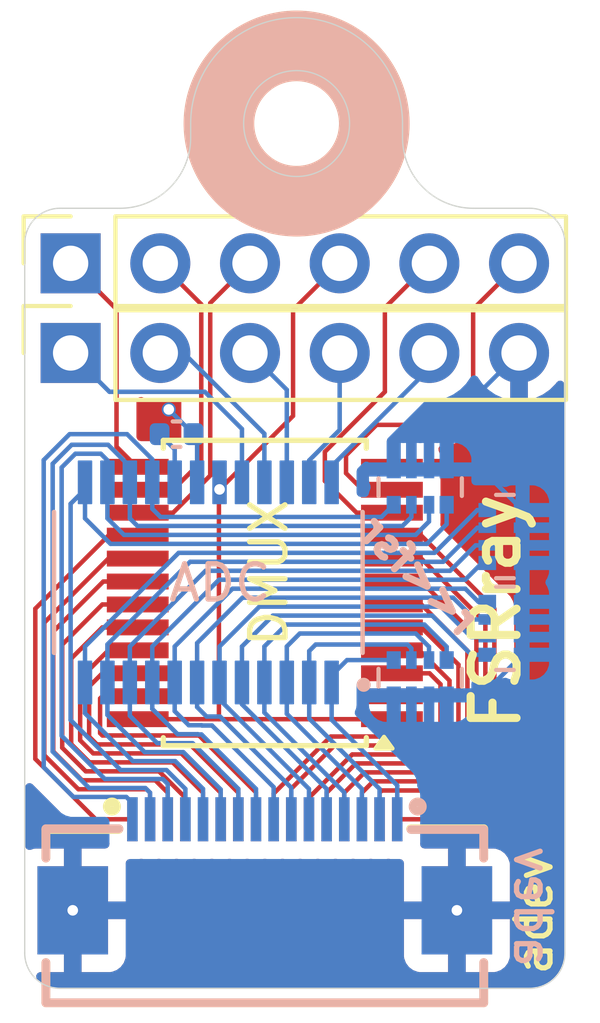
<source format=kicad_pcb>
(kicad_pcb (version 20240108) (generator "pcbnew") (generator_version "8.0")
  (layers (0 "F.Cu" signal "Front") (1 "In1.Cu" signal) (2 "In2.Cu" signal) (31 "B.Cu" signal "Back") (34 "B.Paste" user) (35 "F.Paste" user) (36 "B.SilkS" user "B.Silkscreen") (37 "F.SilkS" user "F.Silkscreen") (38 "B.Mask" user) (39 "F.Mask" user) (44 "Edge.Cuts" user))
  (net 0 "")
  (net 1 "/EOC1")
  (net 2 "/MISO")
  (net 3 "/MOSI")
  (net 4 "/SCLK")
  (net 5 "/CS1")
  (net 6 "+5V")
  (net 7 "GND")
  (net 8 "Net-(ADC1-~{CNVST{slash}AIN15})")
  (net 9 "Net-(ADC1-AIN14)")
  (net 10 "Net-(ADC1-AIN13)")
  (net 11 "Net-(ADC1-AIN12)")
  (net 12 "Net-(ADC1-AIN11)")
  (net 13 "Net-(ADC1-AIN10)")
  (net 14 "Net-(ADC1-AIN9)")
  (net 15 "Net-(ADC1-AIN8)")
  (net 16 "Net-(ADC1-AIN7)")
  (net 17 "Net-(ADC1-AIN6)")
  (net 18 "Net-(ADC1-AIN5)")
  (net 19 "Net-(ADC1-AIN4)")
  (net 20 "Net-(ADC1-AIN3)")
  (net 21 "Net-(ADC1-AIN2)")
  (net 22 "Net-(ADC1-AIN1)")
  (net 23 "Net-(ADC1-AIN0)")
  (net 24 "Net-(MUX1-I14)")
  (net 25 "Net-(MUX1-I7)")
  (net 26 "Net-(MUX1-I8)")
  (net 27 "Net-(MUX1-I4)")
  (net 28 "Net-(MUX1-I12)")
  (net 29 "Net-(MUX1-I3)")
  (net 30 "Net-(MUX1-I1)")
  (net 31 "Net-(MUX1-I13)")
  (net 32 "Net-(MUX1-I10)")
  (net 33 "Net-(MUX1-I11)")
  (net 34 "Net-(MUX1-I15)")
  (net 35 "Net-(MUX1-I5)")
  (net 36 "Net-(MUX1-I0)")
  (net 37 "Net-(MUX1-I2)")
  (net 38 "Net-(MUX1-I9)")
  (net 39 "Net-(MUX1-I6)")
  (net 40 "Net-(ADC1-REF)")
  (net 41 "/EN1")
  (net 42 "/S3")
  (net 43 "/S2")
  (net 44 "/S1")
  (net 45 "/S0")
  (footprint "00_lcsc:FPC-SMD_16P-P0.50_FPC-05F-16PH20" (layer "F.Cu") (at 154 140)
    (property "Reference" "FPC1" (hide yes))
    (property "Value" "FPC-05F-16PH20" (hide yes))
    (pad "1" smd rect (at -3.75 -1.29) (size 0.3 1.25) (layers "F.Cu" "F.Paste" "F.Mask") (net 34 "Net-(MUX1-I15)"))
    (pad "2" smd rect (at -3.25 -1.29) (size 0.3 1.25) (layers "F.Cu" "F.Paste" "F.Mask") (net 24 "Net-(MUX1-I14)"))
    (pad "3" smd rect (at -2.75 -1.29) (size 0.3 1.25) (layers "F.Cu" "F.Paste" "F.Mask") (net 31 "Net-(MUX1-I13)"))
    (pad "4" smd rect (at -2.25 -1.29) (size 0.3 1.25) (layers "F.Cu" "F.Paste" "F.Mask") (net 28 "Net-(MUX1-I12)"))
    (pad "5" smd rect (at -1.75 -1.29) (size 0.3 1.25) (layers "F.Cu" "F.Paste" "F.Mask") (net 33 "Net-(MUX1-I11)"))
    (pad "6" smd rect (at -1.25 -1.29) (size 0.3 1.25) (layers "F.Cu" "F.Paste" "F.Mask") (net 32 "Net-(MUX1-I10)"))
    (pad "7" smd rect (at -0.75 -1.29) (size 0.3 1.25) (layers "F.Cu" "F.Paste" "F.Mask") (net 38 "Net-(MUX1-I9)"))
    (pad "8" smd rect (at -0.25 -1.29) (size 0.3 1.25) (layers "F.Cu" "F.Paste" "F.Mask") (net 26 "Net-(MUX1-I8)"))
    (pad "9" smd rect (at 0.25 -1.29) (size 0.3 1.25) (layers "F.Cu" "F.Paste" "F.Mask") (net 25 "Net-(MUX1-I7)"))
    (pad "10" smd rect (at 0.75 -1.29) (size 0.3 1.25) (layers "F.Cu" "F.Paste" "F.Mask") (net 39 "Net-(MUX1-I6)"))
    (pad "11" smd rect (at 1.25 -1.29) (size 0.3 1.25) (layers "F.Cu" "F.Paste" "F.Mask") (net 35 "Net-(MUX1-I5)"))
    (pad "12" smd rect (at 1.75 -1.29) (size 0.3 1.25) (layers "F.Cu" "F.Paste" "F.Mask") (net 27 "Net-(MUX1-I4)"))
    (pad "13" smd rect (at 2.25 -1.29) (size 0.3 1.25) (layers "F.Cu" "F.Paste" "F.Mask") (net 29 "Net-(MUX1-I3)"))
    (pad "14" smd rect (at 2.75 -1.29) (size 0.3 1.25) (layers "F.Cu" "F.Paste" "F.Mask") (net 37 "Net-(MUX1-I2)"))
    (pad "15" smd rect (at 3.25 -1.29) (size 0.3 1.25) (layers "F.Cu" "F.Paste" "F.Mask") (net 30 "Net-(MUX1-I1)"))
    (pad "16" smd rect (at 3.75 -1.29) (size 0.3 1.25) (layers "F.Cu" "F.Paste" "F.Mask") (net 36 "Net-(MUX1-I0)"))
    (pad "17" smd rect (at 5.44 1.29) (size 2 2.5) (layers "F.Cu" "F.Paste" "F.Mask") (net 7 "GND"))
    (pad "18" smd rect (at -5.44 1.29) (size 2 2.5) (layers "F.Cu" "F.Paste" "F.Mask") (net 7 "GND"))
  )
  (footprint "Connector_PinSocket_2.54mm:PinSocket_1x06_P2.54mm_Vertical" (layer "F.Cu") (at 148.5 125.5 90)
    (property "Reference" "J1" (hide yes))
    (property "Value" "Conn_01x06_Pin" (hide yes))
    (pad "1" thru_hole rect (at 0 0 90) (size 1.7 1.7) (drill 1) (layers "*.Cu" "*.Mask") (net 5 "/CS1"))
    (pad "2" thru_hole oval (at 0 2.54 90) (size 1.7 1.7) (drill 1) (layers "*.Cu" "*.Mask") (net 4 "/SCLK"))
    (pad "3" thru_hole oval (at 0 5.08 90) (size 1.7 1.7) (drill 1) (layers "*.Cu" "*.Mask") (net 3 "/MOSI"))
    (pad "4" thru_hole oval (at 0 7.62 90) (size 1.7 1.7) (drill 1) (layers "*.Cu" "*.Mask") (net 2 "/MISO"))
    (pad "5" thru_hole oval (at 0 10.16 90) (size 1.7 1.7) (drill 1) (layers "*.Cu" "*.Mask") (net 1 "/EOC1"))
    (pad "6" thru_hole oval (at 0 12.7 90) (size 1.7 1.7) (drill 1) (layers "*.Cu" "*.Mask") (net 7 "GND"))
  )
  (footprint "Package_SO:SSOP-24_5.3x8.2mm_P0.65mm" (layer "F.Cu") (at 154 132.3 180)
    (property "Reference" "MUX1" (hide yes))
    (property "Value" "CD74HC4067SM" (hide yes))
    (pad "1" smd rect (at -3.6 -3.575 180) (size 1.75 0.45) (layers "F.Cu" "F.Paste" "F.Mask") (net 6 "+5V"))
    (pad "2" smd rect (at -3.6 -2.925 180) (size 1.75 0.45) (layers "F.Cu" "F.Paste" "F.Mask") (net 25 "Net-(MUX1-I7)"))
    (pad "3" smd rect (at -3.6 -2.275 180) (size 1.75 0.45) (layers "F.Cu" "F.Paste" "F.Mask") (net 39 "Net-(MUX1-I6)"))
    (pad "4" smd rect (at -3.6 -1.625 180) (size 1.75 0.45) (layers "F.Cu" "F.Paste" "F.Mask") (net 35 "Net-(MUX1-I5)"))
    (pad "5" smd rect (at -3.6 -0.975 180) (size 1.75 0.45) (layers "F.Cu" "F.Paste" "F.Mask") (net 27 "Net-(MUX1-I4)"))
    (pad "6" smd rect (at -3.6 -0.325 180) (size 1.75 0.45) (layers "F.Cu" "F.Paste" "F.Mask") (net 29 "Net-(MUX1-I3)"))
    (pad "7" smd rect (at -3.6 0.325 180) (size 1.75 0.45) (layers "F.Cu" "F.Paste" "F.Mask") (net 37 "Net-(MUX1-I2)"))
    (pad "8" smd rect (at -3.6 0.975 180) (size 1.75 0.45) (layers "F.Cu" "F.Paste" "F.Mask") (net 30 "Net-(MUX1-I1)"))
    (pad "9" smd rect (at -3.6 1.625 180) (size 1.75 0.45) (layers "F.Cu" "F.Paste" "F.Mask") (net 36 "Net-(MUX1-I0)"))
    (pad "10" smd rect (at -3.6 2.275 180) (size 1.75 0.45) (layers "F.Cu" "F.Paste" "F.Mask") (net 45 "/S0"))
    (pad "11" smd rect (at -3.6 2.925 180) (size 1.75 0.45) (layers "F.Cu" "F.Paste" "F.Mask") (net 44 "/S1"))
    (pad "12" smd rect (at -3.6 3.575 180) (size 1.75 0.45) (layers "F.Cu" "F.Paste" "F.Mask") (net 7 "GND"))
    (pad "13" smd rect (at 3.6 3.575 180) (size 1.75 0.45) (layers "F.Cu" "F.Paste" "F.Mask") (net 42 "/S3"))
    (pad "14" smd rect (at 3.6 2.925 180) (size 1.75 0.45) (layers "F.Cu" "F.Paste" "F.Mask") (net 43 "/S2"))
    (pad "15" smd rect (at 3.6 2.275 180) (size 1.75 0.45) (layers "F.Cu" "F.Paste" "F.Mask") (net 41 "/EN1"))
    (pad "16" smd rect (at 3.6 1.625 180) (size 1.75 0.45) (layers "F.Cu" "F.Paste" "F.Mask") (net 34 "Net-(MUX1-I15)"))
    (pad "17" smd rect (at 3.6 0.975 180) (size 1.75 0.45) (layers "F.Cu" "F.Paste" "F.Mask") (net 24 "Net-(MUX1-I14)"))
    (pad "18" smd rect (at 3.6 0.325 180) (size 1.75 0.45) (layers "F.Cu" "F.Paste" "F.Mask") (net 31 "Net-(MUX1-I13)"))
    (pad "19" smd rect (at 3.6 -0.325 180) (size 1.75 0.45) (layers "F.Cu" "F.Paste" "F.Mask") (net 28 "Net-(MUX1-I12)"))
    (pad "20" smd rect (at 3.6 -0.975 180) (size 1.75 0.45) (layers "F.Cu" "F.Paste" "F.Mask") (net 33 "Net-(MUX1-I11)"))
    (pad "21" smd rect (at 3.6 -1.625 180) (size 1.75 0.45) (layers "F.Cu" "F.Paste" "F.Mask") (net 32 "Net-(MUX1-I10)"))
    (pad "22" smd rect (at 3.6 -2.275 180) (size 1.75 0.45) (layers "F.Cu" "F.Paste" "F.Mask") (net 38 "Net-(MUX1-I9)"))
    (pad "23" smd rect (at 3.6 -2.925 180) (size 1.75 0.45) (layers "F.Cu" "F.Paste" "F.Mask") (net 26 "Net-(MUX1-I8)"))
    (pad "24" smd rect (at 3.6 -3.575 180) (size 1.75 0.45) (layers "F.Cu" "F.Paste" "F.Mask") (net 6 "+5V"))
  )
  (footprint "Connector_PinSocket_2.54mm:PinSocket_1x06_P2.54mm_Vertical" (layer "F.Cu") (at 148.5 122.96 90)
    (property "Reference" "J4" (hide yes))
    (property "Value" "Conn_01x06_Pin" (hide yes))
    (pad "1" thru_hole rect (at 0 0 90) (size 1.7 1.7) (drill 1) (layers "*.Cu" "*.Mask") (net 42 "/S3"))
    (pad "2" thru_hole oval (at 0 2.54 90) (size 1.7 1.7) (drill 1) (layers "*.Cu" "*.Mask") (net 43 "/S2"))
    (pad "3" thru_hole oval (at 0 5.08 90) (size 1.7 1.7) (drill 1) (layers "*.Cu" "*.Mask") (net 41 "/EN1"))
    (pad "4" thru_hole oval (at 0 7.62 90) (size 1.7 1.7) (drill 1) (layers "*.Cu" "*.Mask") (net 6 "+5V"))
    (pad "5" thru_hole oval (at 0 10.16 90) (size 1.7 1.7) (drill 1) (layers "*.Cu" "*.Mask") (net 45 "/S0"))
    (pad "6" thru_hole oval (at 0 12.7 90) (size 1.7 1.7) (drill 1) (layers "*.Cu" "*.Mask") (net 44 "/S1"))
  )
  (footprint "00_lcsc:FPC-SMD_16P-P0.50_FPC-05F-16PH20" (layer "B.Cu") (at 154 140 180)
    (property "Reference" "FPC2" (hide yes))
    (property "Value" "FPC-05F-16PH20" (hide yes))
    (pad "1" smd rect (at -3.75 1.29 180) (size 0.3 1.25) (layers "B.Cu" "B.Paste" "B.Mask") (net 23 "Net-(ADC1-AIN0)"))
    (pad "2" smd rect (at -3.25 1.29 180) (size 0.3 1.25) (layers "B.Cu" "B.Paste" "B.Mask") (net 22 "Net-(ADC1-AIN1)"))
    (pad "3" smd rect (at -2.75 1.29 180) (size 0.3 1.25) (layers "B.Cu" "B.Paste" "B.Mask") (net 21 "Net-(ADC1-AIN2)"))
    (pad "4" smd rect (at -2.25 1.29 180) (size 0.3 1.25) (layers "B.Cu" "B.Paste" "B.Mask") (net 20 "Net-(ADC1-AIN3)"))
    (pad "5" smd rect (at -1.75 1.29 180) (size 0.3 1.25) (layers "B.Cu" "B.Paste" "B.Mask") (net 19 "Net-(ADC1-AIN4)"))
    (pad "6" smd rect (at -1.25 1.29 180) (size 0.3 1.25) (layers "B.Cu" "B.Paste" "B.Mask") (net 18 "Net-(ADC1-AIN5)"))
    (pad "7" smd rect (at -0.75 1.29 180) (size 0.3 1.25) (layers "B.Cu" "B.Paste" "B.Mask") (net 17 "Net-(ADC1-AIN6)"))
    (pad "8" smd rect (at -0.25 1.29 180) (size 0.3 1.25) (layers "B.Cu" "B.Paste" "B.Mask") (net 16 "Net-(ADC1-AIN7)"))
    (pad "9" smd rect (at 0.25 1.29 180) (size 0.3 1.25) (layers "B.Cu" "B.Paste" "B.Mask") (net 15 "Net-(ADC1-AIN8)"))
    (pad "10" smd rect (at 0.75 1.29 180) (size 0.3 1.25) (layers "B.Cu" "B.Paste" "B.Mask") (net 14 "Net-(ADC1-AIN9)"))
    (pad "11" smd rect (at 1.25 1.29 180) (size 0.3 1.25) (layers "B.Cu" "B.Paste" "B.Mask") (net 13 "Net-(ADC1-AIN10)"))
    (pad "12" smd rect (at 1.75 1.29 180) (size 0.3 1.25) (layers "B.Cu" "B.Paste" "B.Mask") (net 12 "Net-(ADC1-AIN11)"))
    (pad "13" smd rect (at 2.25 1.29 180) (size 0.3 1.25) (layers "B.Cu" "B.Paste" "B.Mask") (net 11 "Net-(ADC1-AIN12)"))
    (pad "14" smd rect (at 2.75 1.29 180) (size 0.3 1.25) (layers "B.Cu" "B.Paste" "B.Mask") (net 10 "Net-(ADC1-AIN13)"))
    (pad "15" smd rect (at 3.25 1.29 180) (size 0.3 1.25) (layers "B.Cu" "B.Paste" "B.Mask") (net 9 "Net-(ADC1-AIN14)"))
    (pad "16" smd rect (at 3.75 1.29 180) (size 0.3 1.25) (layers "B.Cu" "B.Paste" "B.Mask") (net 8 "Net-(ADC1-~{CNVST{slash}AIN15})"))
    (pad "17" smd rect (at 5.44 -1.29 180) (size 2 2.5) (layers "B.Cu" "B.Paste" "B.Mask") (net 7 "GND"))
    (pad "18" smd rect (at -5.44 -1.29 180) (size 2 2.5) (layers "B.Cu" "B.Paste" "B.Mask") (net 7 "GND"))
  )
  (footprint "Resistor_SMD:R_Array_Convex_4x0402" (layer "B.Cu") (at 158.4 129.3 -90)
    (property "Reference" "RN4" (hide yes))
    (property "Value" "R_Pack04")
    (pad "1" smd rect (at -0.5 0.75 270) (size 0.5 0.4) (layers "B.Cu" "B.Paste" "B.Mask") (net 7 "GND"))
    (pad "2" smd rect (at -0.5 0.25 270) (size 0.5 0.3) (layers "B.Cu" "B.Paste" "B.Mask") (net 7 "GND"))
    (pad "3" smd rect (at -0.5 -0.25 270) (size 0.5 0.3) (layers "B.Cu" "B.Paste" "B.Mask") (net 7 "GND"))
    (pad "4" smd rect (at -0.5 -0.75 270) (size 0.5 0.4) (layers "B.Cu" "B.Paste" "B.Mask") (net 7 "GND"))
    (pad "5" smd rect (at 0.5 -0.75 270) (size 0.5 0.4) (layers "B.Cu" "B.Paste" "B.Mask") (net 11 "Net-(ADC1-AIN12)"))
    (pad "6" smd rect (at 0.5 -0.25 270) (size 0.5 0.3) (layers "B.Cu" "B.Paste" "B.Mask") (net 10 "Net-(ADC1-AIN13)"))
    (pad "7" smd rect (at 0.5 0.25 270) (size 0.5 0.3) (layers "B.Cu" "B.Paste" "B.Mask") (net 9 "Net-(ADC1-AIN14)"))
    (pad "8" smd rect (at 0.5 0.75 270) (size 0.5 0.4) (layers "B.Cu" "B.Paste" "B.Mask") (net 8 "Net-(ADC1-~{CNVST{slash}AIN15})"))
  )
  (footprint "Resistor_SMD:R_Array_Convex_4x0402" (layer "B.Cu") (at 160.8 133.3 180)
    (property "Reference" "RN2" (hide yes))
    (property "Value" "R_Pack04")
    (pad "1" smd rect (at -0.5 0.75 180) (size 0.5 0.4) (layers "B.Cu" "B.Paste" "B.Mask") (net 7 "GND"))
    (pad "2" smd rect (at -0.5 0.25 180) (size 0.5 0.3) (layers "B.Cu" "B.Paste" "B.Mask") (net 7 "GND"))
    (pad "3" smd rect (at -0.5 -0.25 180) (size 0.5 0.3) (layers "B.Cu" "B.Paste" "B.Mask") (net 7 "GND"))
    (pad "4" smd rect (at -0.5 -0.75 180) (size 0.5 0.4) (layers "B.Cu" "B.Paste" "B.Mask") (net 7 "GND"))
    (pad "5" smd rect (at 0.5 -0.75 180) (size 0.5 0.4) (layers "B.Cu" "B.Paste" "B.Mask") (net 19 "Net-(ADC1-AIN4)"))
    (pad "6" smd rect (at 0.5 -0.25 180) (size 0.5 0.3) (layers "B.Cu" "B.Paste" "B.Mask") (net 18 "Net-(ADC1-AIN5)"))
    (pad "7" smd rect (at 0.5 0.25 180) (size 0.5 0.3) (layers "B.Cu" "B.Paste" "B.Mask") (net 17 "Net-(ADC1-AIN6)"))
    (pad "8" smd rect (at 0.5 0.75 180) (size 0.5 0.4) (layers "B.Cu" "B.Paste" "B.Mask") (net 16 "Net-(ADC1-AIN7)"))
  )
  (footprint "Resistor_SMD:R_Array_Convex_4x0402" (layer "B.Cu") (at 158.4 134.7 90)
    (property "Reference" "RN1" (hide yes))
    (property "Value" "R_Pack04")
    (pad "1" smd rect (at -0.5 0.75 90) (size 0.5 0.4) (layers "B.Cu" "B.Paste" "B.Mask") (net 7 "GND"))
    (pad "2" smd rect (at -0.5 0.25 90) (size 0.5 0.3) (layers "B.Cu" "B.Paste" "B.Mask") (net 7 "GND"))
    (pad "3" smd rect (at -0.5 -0.25 90) (size 0.5 0.3) (layers "B.Cu" "B.Paste" "B.Mask") (net 7 "GND"))
    (pad "4" smd rect (at -0.5 -0.75 90) (size 0.5 0.4) (layers "B.Cu" "B.Paste" "B.Mask") (net 7 "GND"))
    (pad "5" smd rect (at 0.5 -0.75 90) (size 0.5 0.4) (layers "B.Cu" "B.Paste" "B.Mask") (net 23 "Net-(ADC1-AIN0)"))
    (pad "6" smd rect (at 0.5 -0.25 90) (size 0.5 0.3) (layers "B.Cu" "B.Paste" "B.Mask") (net 22 "Net-(ADC1-AIN1)"))
    (pad "7" smd rect (at 0.5 0.25 90) (size 0.5 0.3) (layers "B.Cu" "B.Paste" "B.Mask") (net 21 "Net-(ADC1-AIN2)"))
    (pad "8" smd rect (at 0.5 0.75 90) (size 0.5 0.4) (layers "B.Cu" "B.Paste" "B.Mask") (net 20 "Net-(ADC1-AIN3)"))
  )
  (footprint "Capacitor_SMD:C_0402_1005Metric" (layer "B.Cu") (at 151.5 127.8)
    (property "Reference" "C1" (hide yes))
    (property "Value" "100n" (hide yes))
    (pad "1" smd roundrect (at -0.48 0) (size 0.56 0.62) (layers "B.Cu" "B.Paste" "B.Mask") (net 40 "Net-(ADC1-REF)"))
    (pad "2" smd roundrect (at 0.48 0) (size 0.56 0.62) (layers "B.Cu" "B.Paste" "B.Mask") (net 7 "GND"))
  )
  (footprint "Resistor_SMD:R_Array_Convex_4x0402" (layer "B.Cu") (at 160.8 130.7 180)
    (property "Reference" "RN3" (hide yes))
    (property "Value" "R_Pack04")
    (pad "1" smd rect (at -0.5 0.75 180) (size 0.5 0.4) (layers "B.Cu" "B.Paste" "B.Mask") (net 7 "GND"))
    (pad "2" smd rect (at -0.5 0.25 180) (size 0.5 0.3) (layers "B.Cu" "B.Paste" "B.Mask") (net 7 "GND"))
    (pad "3" smd rect (at -0.5 -0.25 180) (size 0.5 0.3) (layers "B.Cu" "B.Paste" "B.Mask") (net 7 "GND"))
    (pad "4" smd rect (at -0.5 -0.75 180) (size 0.5 0.4) (layers "B.Cu" "B.Paste" "B.Mask") (net 7 "GND"))
    (pad "5" smd rect (at 0.5 -0.75 180) (size 0.5 0.4) (layers "B.Cu" "B.Paste" "B.Mask") (net 15 "Net-(ADC1-AIN8)"))
    (pad "6" smd rect (at 0.5 -0.25 180) (size 0.5 0.3) (layers "B.Cu" "B.Paste" "B.Mask") (net 14 "Net-(ADC1-AIN9)"))
    (pad "7" smd rect (at 0.5 0.25 180) (size 0.5 0.3) (layers "B.Cu" "B.Paste" "B.Mask") (net 13 "Net-(ADC1-AIN10)"))
    (pad "8" smd rect (at 0.5 0.75 180) (size 0.5 0.4) (layers "B.Cu" "B.Paste" "B.Mask") (net 12 "Net-(ADC1-AIN11)"))
  )
  (footprint "00_custom-footprints:MAX11632EEGT" (layer "B.Cu") (at 152.4 132 90)
    (property "Reference" "ADC1" (hide yes))
    (property "Value" "MAX11632EEGT" (hide yes))
    (pad "1" smd roundrect (at -2.635 3.4925 90) (size 1.24 0.41) (drill (offset -0.2 0)) (layers "B.Cu" "B.Paste" "B.Mask") (roundrect_rratio 0.05) (net 23 "Net-(ADC1-AIN0)"))
    (pad "2" smd roundrect (at -2.635 2.8575 90) (size 1.24 0.41) (drill (offset -0.2 0)) (layers "B.Cu" "B.Paste" "B.Mask") (roundrect_rratio 0.05) (net 22 "Net-(ADC1-AIN1)"))
    (pad "3" smd roundrect (at -2.635 2.2225 90) (size 1.24 0.41) (drill (offset -0.2 0)) (layers "B.Cu" "B.Paste" "B.Mask") (roundrect_rratio 0.05) (net 21 "Net-(ADC1-AIN2)"))
    (pad "4" smd roundrect (at -2.635 1.5875 90) (size 1.24 0.41) (drill (offset -0.2 0)) (layers "B.Cu" "B.Paste" "B.Mask") (roundrect_rratio 0.05) (net 20 "Net-(ADC1-AIN3)"))
    (pad "5" smd roundrect (at -2.635 0.9525 90) (size 1.24 0.41) (drill (offset -0.2 0)) (layers "B.Cu" "B.Paste" "B.Mask") (roundrect_rratio 0.05) (net 19 "Net-(ADC1-AIN4)"))
    (pad "6" smd roundrect (at -2.635 0.3175 90) (size 1.24 0.41) (drill (offset -0.2 0)) (layers "B.Cu" "B.Paste" "B.Mask") (roundrect_rratio 0.05) (net 18 "Net-(ADC1-AIN5)"))
    (pad "7" smd roundrect (at -2.635 -0.3175 90) (size 1.24 0.41) (drill (offset -0.2 0)) (layers "B.Cu" "B.Paste" "B.Mask") (roundrect_rratio 0.05) (net 17 "Net-(ADC1-AIN6)"))
    (pad "8" smd roundrect (at -2.635 -0.9525 90) (size 1.24 0.41) (drill (offset -0.2 0)) (layers "B.Cu" "B.Paste" "B.Mask") (roundrect_rratio 0.05) (net 16 "Net-(ADC1-AIN7)"))
    (pad "9" smd roundrect (at -2.635 -1.5875 90) (size 1.24 0.41) (drill (offset -0.2 0)) (layers "B.Cu" "B.Paste" "B.Mask") (roundrect_rratio 0.05) (net 15 "Net-(ADC1-AIN8)"))
    (pad "10" smd roundrect (at -2.635 -2.2225 90) (size 1.24 0.41) (drill (offset -0.2 0)) (layers "B.Cu" "B.Paste" "B.Mask") (roundrect_rratio 0.05) (net 14 "Net-(ADC1-AIN9)"))
    (pad "11" smd roundrect (at -2.635 -2.8575 90) (size 1.24 0.41) (drill (offset -0.2 0)) (layers "B.Cu" "B.Paste" "B.Mask") (roundrect_rratio 0.05) (net 13 "Net-(ADC1-AIN10)"))
    (pad "12" smd roundrect (at -2.635 -3.4925 90) (size 1.24 0.41) (drill (offset -0.2 0)) (layers "B.Cu" "B.Paste" "B.Mask") (roundrect_rratio 0.05) (net 12 "Net-(ADC1-AIN11)"))
    (pad "13" smd roundrect (at 2.635 -3.4925 90) (size 1.24 0.41) (drill (offset 0.2 0)) (layers "B.Cu" "B.Paste" "B.Mask") (roundrect_rratio 0.05) (net 11 "Net-(ADC1-AIN12)"))
    (pad "14" smd roundrect (at 2.635 -2.8575 90) (size 1.24 0.41) (drill (offset 0.2 0)) (layers "B.Cu" "B.Paste" "B.Mask") (roundrect_rratio 0.05) (net 10 "Net-(ADC1-AIN13)"))
    (pad "15" smd roundrect (at 2.635 -2.2225 90) (size 1.24 0.41) (drill (offset 0.2 0)) (layers "B.Cu" "B.Paste" "B.Mask") (roundrect_rratio 0.05) (net 9 "Net-(ADC1-AIN14)"))
    (pad "16" smd roundrect (at 2.635 -1.5875 90) (size 1.24 0.41) (drill (offset 0.2 0)) (layers "B.Cu" "B.Paste" "B.Mask") (roundrect_rratio 0.05) (net 8 "Net-(ADC1-~{CNVST{slash}AIN15})"))
    (pad "17" smd roundrect (at 2.635 -0.9525 90) (size 1.24 0.41) (drill (offset 0.2 0)) (layers "B.Cu" "B.Paste" "B.Mask") (roundrect_rratio 0.05) (net 40 "Net-(ADC1-REF)"))
    (pad "18" smd roundrect (at 2.635 -0.3175 90) (size 1.24 0.41) (drill (offset 0.2 0)) (layers "B.Cu" "B.Paste" "B.Mask") (roundrect_rratio 0.05) (net 7 "GND"))
    (pad "19" smd roundrect (at 2.635 0.3175 90) (size 1.24 0.41) (drill (offset 0.2 0)) (layers "B.Cu" "B.Paste" "B.Mask") (roundrect_rratio 0.05) (net 6 "+5V"))
    (pad "20" smd roundrect (at 2.635 0.9525 90) (size 1.24 0.41) (drill (offset 0.2 0)) (layers "B.Cu" "B.Paste" "B.Mask") (roundrect_rratio 0.05) (net 5 "/CS1"))
    (pad "21" smd roundrect (at 2.635 1.5875 90) (size 1.24 0.41) (drill (offset 0.2 0)) (layers "B.Cu" "B.Paste" "B.Mask") (roundrect_rratio 0.05) (net 4 "/SCLK"))
    (pad "22" smd roundrect (at 2.635 2.2225 90) (size 1.24 0.41) (drill (offset 0.2 0)) (layers "B.Cu" "B.Paste" "B.Mask") (roundrect_rratio 0.05) (net 3 "/MOSI"))
    (pad "23" smd roundrect (at 2.635 2.8575 90) (size 1.24 0.41) (drill (offset 0.2 0)) (layers "B.Cu" "B.Paste" "B.Mask") (roundrect_rratio 0.05) (net 2 "/MISO"))
    (pad "24" smd roundrect (at 2.635 3.4925 90) (size 1.24 0.41) (drill (offset 0.2 0)) (layers "B.Cu" "B.Paste" "B.Mask") (roundrect_rratio 0.05) (net 1 "/EOC1"))
  )
  (gr_circle (center 154.9 119) (end 152.7 119) (stroke (width 2)) (fill none) (layer "B.SilkS"))
  (gr_circle (center 154.9 119) (end 157.1 119) (stroke (width 2)) (fill none) (layer "F.SilkS"))
  (gr_arc (start 148.2 143.5) (mid 147.492893 143.207107) (end 147.2 142.5) (stroke (width 0.0381)) (layer "Edge.Cuts"))
  (gr_circle (center 154.9 119) (end 156.4 119) (stroke (width 0.0381)) (fill none) (layer "Edge.Cuts"))
  (gr_line (start 162.5 122.4) (end 162.5 142.5) (stroke (width 0.0381)) (layer "Edge.Cuts"))
  (gr_line (start 159.9 121.4) (end 161.5 121.4) (stroke (width 0.0381)) (layer "Edge.Cuts"))
  (gr_arc (start 161.5 121.4) (mid 162.207107 121.692893) (end 162.5 122.4) (stroke (width 0.0381)) (layer "Edge.Cuts"))
  (gr_arc (start 151.9 119.4) (mid 151.314214 120.814214) (end 149.9 121.4) (stroke (width 0.0381)) (layer "Edge.Cuts"))
  (gr_line (start 161.5 143.5) (end 148.2 143.5) (stroke (width 0.0381)) (layer "Edge.Cuts"))
  (gr_line (start 147.2 142.5) (end 147.2 122.4) (stroke (width 0.0381)) (layer "Edge.Cuts"))
  (gr_line (start 157.9 119) (end 157.9 119.4) (stroke (width 0.0381)) (layer "Edge.Cuts"))
  (gr_arc (start 159.9 121.4) (mid 158.485786 120.814214) (end 157.9 119.4) (stroke (width 0.0381)) (layer "Edge.Cuts"))
  (gr_line (start 148.2 121.4) (end 149.9 121.4) (stroke (width 0.0381)) (layer "Edge.Cuts"))
  (gr_arc (start 162.5 142.5) (mid 162.207107 143.207107) (end 161.5 143.5) (stroke (width 0.0381)) (layer "Edge.Cuts"))
  (gr_arc (start 147.2 122.4) (mid 147.492893 121.692893) (end 148.2 121.4) (stroke (width 0.0381)) (layer "Edge.Cuts"))
  (gr_arc (start 151.9 119) (mid 154.9 116) (end 157.9 119) (stroke (width 0.0381)) (layer "Edge.Cuts"))
  (gr_line (start 151.9 119) (end 151.9 119.4) (stroke (width 0.0381)) (layer "Edge.Cuts"))
  (gr_text "adev" (at 161 143 -90) (layer "B.SilkS") (effects (font (size 1 1)) (justify left bottom mirror)))
  (gr_text "r<<fsr" (at 159.6 133.7 315) (layer "B.SilkS") (effects (font (size 0.8128 0.8128) (thickness 0.2) (bold yes)) (justify left bottom mirror)))
  (gr_text "ADC" (at 151.2 132.6 0) (layer "B.SilkS") (effects (font (size 1 1)) (justify left bottom)))
  (gr_text "FSRray" (at 161.3 136.3 90) (layer "F.SilkS") (effects (font (size 1.3 1.3) (thickness 0.23) (bold yes)) (justify left bottom)))
  (gr_text "DMUX" (at 154.7 133.9 90) (layer "F.SilkS") (effects (font (size 1 1)) (justify left bottom)))
  (gr_text "adev" (at 162.207107 143.207107 90) (layer "F.SilkS") (effects (font (size 1 1)) (justify left bottom)))
  (segment (start 155.8925 129.365) (end 155.8925 128.7075) (width 0.127) (layer "B.Cu") (net 1))
  (segment (start 158.66 125.94) (end 158.66 125.5) (width 0.127) (layer "B.Cu") (net 1))
  (segment (start 155.8925 128.7075) (end 158.66 125.94) (width 0.127) (layer "B.Cu") (net 1))
  (segment (start 155.2575 129.365) (end 155.2575 128.5425) (width 0.127) (layer "B.Cu") (net 2))
  (segment (start 156.12 127.68) (end 156.12 125.5) (width 0.127) (layer "B.Cu") (net 2))
  (segment (start 155.2575 128.5425) (end 156.12 127.68) (width 0.127) (layer "B.Cu") (net 2))
  (segment (start 154.6225 129.365) (end 154.6225 126.5425) (width 0.127) (layer "B.Cu") (net 3))
  (segment (start 154.6225 126.5425) (end 153.58 125.5) (width 0.127) (layer "B.Cu") (net 3))
  (segment (start 151.7 125.5) (end 151.04 125.5) (width 0.127) (layer "B.Cu") (net 4))
  (segment (start 153.9875 129.365) (end 153.9875 127.7875) (width 0.127) (layer "B.Cu") (net 4))
  (segment (start 153.9875 127.7875) (end 151.7 125.5) (width 0.127) (layer "B.Cu") (net 4))
  (segment (start 149.6 126.6) (end 148.5 125.5) (width 0.127) (layer "B.Cu") (net 5))
  (segment (start 153.3525 127.6525) (end 152.3 126.6) (width 0.127) (layer "B.Cu") (net 5))
  (segment (start 153.3525 129.365) (end 153.3525 127.6525) (width 0.127) (layer "B.Cu") (net 5))
  (segment (start 152.3 126.6) (end 149.6 126.6) (width 0.127) (layer "B.Cu") (net 5))
  (segment (start 154.8 124.28) (end 156.12 122.96) (width 0.127) (layer "F.Cu") (net 6))
  (segment (start 152.7 129.3825) (end 152.7 135.875) (width 0.127) (layer "F.Cu") (net 6))
  (segment (start 152.7175 129.365) (end 154.8 127.2825) (width 0.127) (layer "F.Cu") (net 6))
  (segment (start 154.8 127.2825) (end 154.8 124.28) (width 0.127) (layer "F.Cu") (net 6))
  (segment (start 152.7 135.875) (end 157.6 135.875) (width 0.127) (layer "F.Cu") (net 6))
  (segment (start 152.7175 129.365) (end 152.7 129.3825) (width 0.127) (layer "F.Cu") (net 6))
  (segment (start 150.4 135.875) (end 152.7 135.875) (width 0.127) (layer "F.Cu") (net 6))
  (via (at 152.7175 129.365) (size 0.4) (drill 0.3) (layers "F.Cu" "B.Cu") (net 6))
  (via (at 159.44 141.29) (size 0.4) (drill 0.3) (layers "F.Cu" "B.Cu") (net 7))
  (via (at 148.56 141.29) (size 0.4) (drill 0.3) (layers "F.Cu" "B.Cu") (net 7))
  (via (at 151.28 127.1) (size 0.4) (drill 0.3) (layers "F.Cu" "B.Cu") (net 7))
  (segment (start 160.15 135.2) (end 157.65 135.2) (width 0.127) (layer "B.Cu") (net 7))
  (segment (start 159.15 127.55) (end 161.2 125.5) (width 0.127) (layer "B.Cu") (net 7))
  (segment (start 159.15 128.8) (end 159.15 127.55) (width 0.127) (layer "B.Cu") (net 7))
  (segment (start 161.3 129.95) (end 161.3 134.05) (width 0.127) (layer "B.Cu") (net 7))
  (segment (start 160.15 128.8) (end 161.3 129.95) (width 0.127) (layer "B.Cu") (net 7))
  (segment (start 157.65 128.8) (end 159.15 128.8) (width 0.127) (layer "B.Cu") (net 7))
  (segment (start 152.0825 127.9025) (end 151.98 127.8) (width 0.127) (layer "B.Cu") (net 7))
  (segment (start 152.0825 129.365) (end 152.0825 127.9025) (width 0.127) (layer "B.Cu") (net 7))
  (segment (start 151.28 127.1) (end 151.98 127.8) (width 0.127) (layer "B.Cu") (net 7))
  (segment (start 159.15 128.8) (end 160.15 128.8) (width 0.127) (layer "B.Cu") (net 7))
  (segment (start 161.3 134.05) (end 160.15 135.2) (width 0.127) (layer "B.Cu") (net 7))
  (segment (start 157.304 130.146) (end 157.65 129.8) (width 0.127) (layer "B.Cu") (net 8))
  (segment (start 148.47111 127.8) (end 147.738 128.53311) (width 0.127) (layer "B.Cu") (net 8))
  (segment (start 150.8125 128.5125) (end 150.3 128) (width 0.127) (layer "B.Cu") (net 8))
  (segment (start 150.8125 129.365) (end 150.8125 128.5125) (width 0.127) (layer "B.Cu") (net 8))
  (segment (start 147.738 128.53311) (end 147.738 137.238) (width 0.127) (layer "B.Cu") (net 8))
  (segment (start 150.3 128) (end 150.1 127.8) (width 0.127) (layer "B.Cu") (net 8))
  (segment (start 150.25 138.25) (end 150.25 138.71) (width 0.127) (layer "B.Cu") (net 8))
  (segment (start 151.046 130.146) (end 157.304 130.146) (width 0.127) (layer "B.Cu") (net 8))
  (segment (start 148.578 138.078) (end 150.078 138.078) (width 0.127) (layer "B.Cu") (net 8))
  (segment (start 150.1 127.8) (end 148.47111 127.8) (width 0.127) (layer "B.Cu") (net 8))
  (segment (start 147.738 137.238) (end 148.578 138.078) (width 0.127) (layer "B.Cu") (net 8))
  (segment (start 150.8125 129.365) (end 150.8125 129.9125) (width 0.127) (layer "B.Cu") (net 8))
  (segment (start 150.8125 129.9125) (end 151.046 130.146) (width 0.127) (layer "B.Cu") (net 8))
  (segment (start 150.078 138.078) (end 150.25 138.25) (width 0.127) (layer "B.Cu") (net 8))
  (segment (start 150.392501 130.4) (end 157.9 130.4) (width 0.127) (layer "B.Cu") (net 9))
  (segment (start 147.992 128.63832) (end 148.52982 128.1005) (width 0.127) (layer "B.Cu") (net 9))
  (segment (start 150.1775 128.71703) (end 150.1775 129.365) (width 0.127) (layer "B.Cu") (net 9))
  (segment (start 150.1775 130.184999) (end 150.392501 130.4) (width 0.127) (layer "B.Cu") (net 9))
  (segment (start 148.52982 128.1005) (end 149.56097 128.1005) (width 0.127) (layer "B.Cu") (net 9))
  (segment (start 150.75 138.71) (end 150.75 137.958) (width 0.127) (layer "B.Cu") (net 9))
  (segment (start 150.616 137.824) (end 149.024 137.824) (width 0.127) (layer "B.Cu") (net 9))
  (segment (start 150.1775 129.365) (end 150.1775 130.184999) (width 0.127) (layer "B.Cu") (net 9))
  (segment (start 147.992 136.792) (end 147.992 128.63832) (width 0.127) (layer "B.Cu") (net 9))
  (segment (start 157.9 130.4) (end 158.15 130.15) (width 0.127) (layer "B.Cu") (net 9))
  (segment (start 149.024 137.824) (end 147.992 136.792) (width 0.127) (layer "B.Cu") (net 9))
  (segment (start 150.75 137.958) (end 150.616 137.824) (width 0.127) (layer "B.Cu") (net 9))
  (segment (start 158.15 130.15) (end 158.15 129.8) (width 0.127) (layer "B.Cu") (net 9))
  (segment (start 149.56097 128.1005) (end 150.1775 128.71703) (width 0.127) (layer "B.Cu") (net 9))
  (segment (start 149.5425 129.365) (end 149.5425 130.184999) (width 0.127) (layer "B.Cu") (net 10))
  (segment (start 151.25 137.70921) (end 151.11079 137.57) (width 0.127) (layer "B.Cu") (net 10))
  (segment (start 149.5425 128.5425) (end 149.5425 129.365) (width 0.127) (layer "B.Cu") (net 10))
  (segment (start 158.271 130.654) (end 158.65 130.275) (width 0.127) (layer "B.Cu") (net 10))
  (segment (start 148.63503 128.3545) (end 149.3545 128.3545) (width 0.127) (layer "B.Cu") (net 10))
  (segment (start 150.011501 130.654) (end 158.271 130.654) (width 0.127) (layer "B.Cu") (net 10))
  (segment (start 149.5425 130.184999) (end 150.011501 130.654) (width 0.127) (layer "B.Cu") (net 10))
  (segment (start 151.25 138.71) (end 151.25 137.70921) (width 0.127) (layer "B.Cu") (net 10))
  (segment (start 148.246 136.346) (end 148.246 128.74353) (width 0.127) (layer "B.Cu") (net 10))
  (segment (start 148.246 128.74353) (end 148.63503 128.3545) (width 0.127) (layer "B.Cu") (net 10))
  (segment (start 151.11079 137.57) (end 149.47 137.57) (width 0.127) (layer "B.Cu") (net 10))
  (segment (start 149.3545 128.3545) (end 149.5425 128.5425) (width 0.127) (layer "B.Cu") (net 10))
  (segment (start 149.47 137.57) (end 148.246 136.346) (width 0.127) (layer "B.Cu") (net 10))
  (segment (start 158.65 130.275) (end 158.65 129.8) (width 0.127) (layer "B.Cu") (net 10))
  (segment (start 151.75 138.71) (end 151.75 137.85) (width 0.127) (layer "B.Cu") (net 11))
  (segment (start 148.5 129.7725) (end 148.9075 129.365) (width 0.127) (layer "B.Cu") (net 11))
  (segment (start 151.216 137.316) (end 149.916 137.316) (width 0.127) (layer "B.Cu") (net 11))
  (segment (start 151.75 137.85) (end 151.216 137.316) (width 0.127) (layer "B.Cu") (net 11))
  (segment (start 148.9075 130.184999) (end 149.630501 130.908) (width 0.127) (layer "B.Cu") (net 11))
  (segment (start 149.916 137.316) (end 148.5 135.9) (width 0.127) (layer "B.Cu") (net 11))
  (segment (start 148.9075 129.365) (end 148.9075 130.184999) (width 0.127) (layer "B.Cu") (net 11))
  (segment (start 149.630501 130.908) (end 158.592 130.908) (width 0.127) (layer "B.Cu") (net 11))
  (segment (start 159.15 130.35) (end 159.15 129.8) (width 0.127) (layer "B.Cu") (net 11))
  (segment (start 158.592 130.908) (end 159.15 130.35) (width 0.127) (layer "B.Cu") (net 11))
  (segment (start 148.5 135.9) (end 148.5 129.7725) (width 0.127) (layer "B.Cu") (net 11))
  (segment (start 150.262 137.062) (end 148.9075 135.7075) (width 0.127) (layer "B.Cu") (net 12))
  (segment (start 160.019 129.95) (end 160.3 129.95) (width 0.127) (layer "B.Cu") (net 12))
  (segment (start 152.25 137.85) (end 151.462 137.062) (width 0.127) (layer "B.Cu") (net 12))
  (segment (start 148.9075 133.815001) (end 151.560501 131.162) (width 0.127) (layer "B.Cu") (net 12))
  (segment (start 148.9075 135.7075) (end 148.9075 134.635) (width 0.127) (layer "B.Cu") (net 12))
  (segment (start 148.9075 134.635) (end 148.9075 133.815001) (width 0.127) (layer "B.Cu") (net 12))
  (segment (start 152.25 138.71) (end 152.25 137.85) (width 0.127) (layer "B.Cu") (net 12))
  (segment (start 151.462 137.062) (end 150.262 137.062) (width 0.127) (layer "B.Cu") (net 12))
  (segment (start 158.807 131.162) (end 160.019 129.95) (width 0.127) (layer "B.Cu") (net 12))
  (segment (start 151.560501 131.162) (end 158.807 131.162) (width 0.127) (layer "B.Cu") (net 12))
  (segment (start 150.595501 136.808) (end 149.5425 135.754999) (width 0.127) (layer "B.Cu") (net 13))
  (segment (start 152.75 137.8655) (end 151.6925 136.808) (width 0.127) (layer "B.Cu") (net 13))
  (segment (start 149.5425 133.7575) (end 151.884 131.416) (width 0.127) (layer "B.Cu") (net 13))
  (segment (start 149.5425 135.754999) (end 149.5425 134.635) (width 0.127) (layer "B.Cu") (net 13))
  (segment (start 152.75 138.71) (end 152.75 137.8655) (width 0.127) (layer "B.Cu") (net 13))
  (segment (start 159.053 131.416) (end 160.019 130.45) (width 0.127) (layer "B.Cu") (net 13))
  (segment (start 149.5425 134.635) (end 149.5425 133.7575) (width 0.127) (layer "B.Cu") (net 13))
  (segment (start 160.019 130.45) (end 160.3 130.45) (width 0.127) (layer "B.Cu") (net 13))
  (segment (start 151.884 131.416) (end 159.053 131.416) (width 0.127) (layer "B.Cu") (net 13))
  (segment (start 151.6925 136.808) (end 150.595501 136.808) (width 0.127) (layer "B.Cu") (net 13))
  (segment (start 152.322501 131.67) (end 159.249 131.67) (width 0.127) (layer "B.Cu") (net 14))
  (segment (start 150.954 136.554) (end 150.1775 135.7775) (width 0.127) (layer "B.Cu") (net 14))
  (segment (start 153.25 137.85) (end 151.954 136.554) (width 0.127) (layer "B.Cu") (net 14))
  (segment (start 150.1775 133.815001) (end 152.322501 131.67) (width 0.127) (layer "B.Cu") (net 14))
  (segment (start 150.1775 134.635) (end 150.1775 133.815001) (width 0.127) (layer "B.Cu") (net 14))
  (segment (start 150.1775 135.7775) (end 150.1775 134.635) (width 0.127) (layer "B.Cu") (net 14))
  (segment (start 159.249 131.67) (end 159.969 130.95) (width 0.127) (layer "B.Cu") (net 14))
  (segment (start 153.25 138.71) (end 153.25 137.85) (width 0.127) (layer "B.Cu") (net 14))
  (segment (start 151.954 136.554) (end 150.954 136.554) (width 0.127) (layer "B.Cu") (net 14))
  (segment (start 159.969 130.95) (end 160.3 130.95) (width 0.127) (layer "B.Cu") (net 14))
  (segment (start 150.8125 135.58297) (end 150.8125 134.635) (width 0.127) (layer "B.Cu") (net 15))
  (segment (start 153.75 138.71) (end 153.75 137.85) (width 0.127) (layer "B.Cu") (net 15))
  (segment (start 150.8125 134.635) (end 150.8125 133.815001) (width 0.127) (layer "B.Cu") (net 15))
  (segment (start 150.8125 133.815001) (end 152.703501 131.924) (width 0.127) (layer "B.Cu") (net 15))
  (segment (start 151.52953 136.3) (end 150.8125 135.58297) (width 0.127) (layer "B.Cu") (net 15))
  (segment (start 152.208 136.308) (end 152.11332 136.308) (width 0.127) (layer "B.Cu") (net 15))
  (segment (start 159.676 131.924) (end 160.15 131.45) (width 0.127) (layer "B.Cu") (net 15))
  (segment (start 152.703501 131.924) (end 159.676 131.924) (width 0.127) (layer "B.Cu") (net 15))
  (segment (start 152.10532 136.3) (end 151.52953 136.3) (width 0.127) (layer "B.Cu") (net 15))
  (segment (start 153.75 137.85) (end 152.208 136.308) (width 0.127) (layer "B.Cu") (net 15))
  (segment (start 152.11332 136.308) (end 152.10532 136.3) (width 0.127) (layer "B.Cu") (net 15))
  (segment (start 160.15 131.45) (end 160.3 131.45) (width 0.127) (layer "B.Cu") (net 15))
  (segment (start 152.21853 136.054) (end 152.21053 136.046) (width 0.127) (layer "B.Cu") (net 16))
  (segment (start 151.4475 135.6475) (end 151.4475 134.635) (width 0.127) (layer "B.Cu") (net 16))
  (segment (start 151.4475 134.635) (end 151.4475 133.815001) (width 0.127) (layer "B.Cu") (net 16))
  (segment (start 154.25 138.71) (end 154.25 137.8) (width 0.127) (layer "B.Cu") (net 16))
  (segment (start 153.084501 132.178) (end 159.678 132.178) (width 0.127) (layer "B.Cu") (net 16))
  (segment (start 151.846 136.046) (end 151.4475 135.6475) (width 0.127) (layer "B.Cu") (net 16))
  (segment (start 160.05 132.55) (end 160.3 132.55) (width 0.127) (layer "B.Cu") (net 16))
  (segment (start 151.4475 133.815001) (end 153.084501 132.178) (width 0.127) (layer "B.Cu") (net 16))
  (segment (start 159.678 132.178) (end 160.05 132.55) (width 0.127) (layer "B.Cu") (net 16))
  (segment (start 152.21053 136.046) (end 151.846 136.046) (width 0.127) (layer "B.Cu") (net 16))
  (segment (start 152.504 136.054) (end 152.21853 136.054) (width 0.127) (layer "B.Cu") (net 16))
  (segment (start 154.25 137.8) (end 152.504 136.054) (width 0.127) (layer "B.Cu") (net 16))
  (segment (start 159.332 132.432) (end 159.95 133.05) (width 0.127) (layer "B.Cu") (net 17))
  (segment (start 154.75 138.71) (end 154.75 137.81721) (width 0.127) (layer "B.Cu") (net 17))
  (segment (start 152.0825 134.635) (end 152.0825 133.7175) (width 0.127) (layer "B.Cu") (net 17))
  (segment (start 154.75 137.81721) (end 152.73279 135.8) (width 0.127) (layer "B.Cu") (net 17))
  (segment (start 152.73279 135.8) (end 152.35 135.8) (width 0.127) (layer "B.Cu") (net 17))
  (segment (start 152.0825 135.5325) (end 152.0825 134.635) (width 0.127) (layer "B.Cu") (net 17))
  (segment (start 152.35 135.8) (end 152.0825 135.5325) (width 0.127) (layer "B.Cu") (net 17))
  (segment (start 152.0825 133.7175) (end 153.368 132.432) (width 0.127) (layer "B.Cu") (net 17))
  (segment (start 153.368 132.432) (end 159.332 132.432) (width 0.127) (layer "B.Cu") (net 17))
  (segment (start 159.95 133.05) (end 160.3 133.05) (width 0.127) (layer "B.Cu") (net 17))
  (segment (start 158.986 132.686) (end 159.85 133.55) (width 0.127) (layer "B.Cu") (net 18))
  (segment (start 153.846501 132.686) (end 158.986 132.686) (width 0.127) (layer "B.Cu") (net 18))
  (segment (start 155.25 137.85) (end 152.7175 135.3175) (width 0.127) (layer "B.Cu") (net 18))
  (segment (start 152.7175 134.635) (end 152.7175 133.815001) (width 0.127) (layer "B.Cu") (net 18))
  (segment (start 152.7175 133.815001) (end 153.846501 132.686) (width 0.127) (layer "B.Cu") (net 18))
  (segment (start 155.25 138.71) (end 155.25 137.85) (width 0.127) (layer "B.Cu") (net 18))
  (segment (start 152.7175 135.3175) (end 152.7175 134.635) (width 0.127) (layer "B.Cu") (net 18))
  (segment (start 159.85 133.55) (end 160.3 133.55) (width 0.127) (layer "B.Cu") (net 18))
  (segment (start 158.74 132.94) (end 159.85 134.05) (width 0.127) (layer "B.Cu") (net 19))
  (segment (start 154.227501 132.94) (end 158.74 132.94) (width 0.127) (layer "B.Cu") (net 19))
  (segment (start 153.3525 134.635) (end 153.3525 133.815001) (width 0.127) (layer "B.Cu") (net 19))
  (segment (start 153.3525 135.4525) (end 153.3525 134.635) (width 0.127) (layer "B.Cu") (net 19))
  (segment (start 153.3525 133.815001) (end 154.227501 132.94) (width 0.127) (layer "B.Cu") (net 19))
  (segment (start 155.75 137.85) (end 153.3525 135.4525) (width 0.127) (layer "B.Cu") (net 19))
  (segment (start 159.85 134.05) (end 160.3 134.05) (width 0.127) (layer "B.Cu") (net 19))
  (segment (start 155.75 138.71) (end 155.75 137.85) (width 0.127) (layer "B.Cu") (net 19))
  (segment (start 158.521 133.194) (end 159.15 133.823) (width 0.127) (layer "B.Cu") (net 20))
  (segment (start 153.9875 135.6875) (end 153.9875 134.635) (width 0.127) (layer "B.Cu") (net 20))
  (segment (start 156.25 138.71) (end 156.25 137.95) (width 0.127) (layer "B.Cu") (net 20))
  (segment (start 159.15 133.823) (end 159.15 134.2) (width 0.127) (layer "B.Cu") (net 20))
  (segment (start 153.9875 133.815001) (end 154.608501 133.194) (width 0.127) (layer "B.Cu") (net 20))
  (segment (start 156.25 137.95) (end 153.9875 135.6875) (width 0.127) (layer "B.Cu") (net 20))
  (segment (start 153.9875 134.635) (end 153.9875 133.815001) (width 0.127) (layer "B.Cu") (net 20))
  (segment (start 154.608501 133.194) (end 158.521 133.194) (width 0.127) (layer "B.Cu") (net 20))
  (segment (start 154.6225 135.7225) (end 154.6225 134.635) (width 0.127) (layer "B.Cu") (net 21))
  (segment (start 158.275 133.448) (end 158.65 133.823) (width 0.127) (layer "B.Cu") (net 21))
  (segment (start 156.75 137.85) (end 154.6225 135.7225) (width 0.127) (layer "B.Cu") (net 21))
  (segment (start 154.6225 134.635) (end 154.6225 133.815001) (width 0.127) (layer "B.Cu") (net 21))
  (segment (start 154.6225 133.815001) (end 154.989501 133.448) (width 0.127) (layer "B.Cu") (net 21))
  (segment (start 154.989501 133.448) (end 158.275 133.448) (width 0.127) (layer "B.Cu") (net 21))
  (segment (start 158.65 133.823) (end 158.65 134.2) (width 0.127) (layer "B.Cu") (net 21))
  (segment (start 156.75 138.71) (end 156.75 137.85) (width 0.127) (layer "B.Cu") (net 21))
  (segment (start 157.25 137.85) (end 155.2575 135.8575) (width 0.127) (layer "B.Cu") (net 22))
  (segment (start 157.25 138.71) (end 157.25 137.85) (width 0.127) (layer "B.Cu") (net 22))
  (segment (start 155.4405 133.7595) (end 158.0405 133.7595) (width 0.127) (layer "B.Cu") (net 22))
  (segment (start 158.0405 133.7595) (end 158.15 133.869) (width 0.127) (layer "B.Cu") (net 22))
  (segment (start 155.2575 134.635) (end 155.2575 133.9425) (width 0.127) (layer "B.Cu") (net 22))
  (segment (start 158.15 133.869) (end 158.15 134.2) (width 0.127) (layer "B.Cu") (net 22))
  (segment (start 155.2575 133.9425) (end 155.4405 133.7595) (width 0.127) (layer "B.Cu") (net 22))
  (segment (start 155.2575 135.8575) (end 155.2575 134.635) (width 0.127) (layer "B.Cu") (net 22))
  (segment (start 157.75 138.71) (end 157.75 137.75) (width 0.127) (layer "B.Cu") (net 23))
  (segment (start 155.8925 135.8925) (end 155.8925 134.635) (width 0.127) (layer "B.Cu") (net 23))
  (segment (start 155.8925 134.635) (end 156.3275 134.2) (width 0.127) (layer "B.Cu") (net 23))
  (segment (start 156.3275 134.2) (end 157.65 134.2) (width 0.127) (layer "B.Cu") (net 23))
  (segment (start 157.75 137.75) (end 155.8925 135.8925) (width 0.127) (layer "B.Cu") (net 23))
  (segment (start 147.754 133.14) (end 149.569 131.325) (width 0.127) (layer "F.Cu") (net 24))
  (segment (start 147.754 136.89479) (end 147.754 133.14) (width 0.127) (layer "F.Cu") (net 24))
  (segment (start 150.75 137.958) (end 150.652 137.86) (width 0.127) (layer "F.Cu") (net 24))
  (segment (start 150.75 138.71) (end 150.75 137.958) (width 0.127) (layer "F.Cu") (net 24))
  (segment (start 148.71921 137.86) (end 147.754 136.89479) (width 0.127) (layer "F.Cu") (net 24))
  (segment (start 150.652 137.86) (end 148.71921 137.86) (width 0.127) (layer "F.Cu") (net 24))
  (segment (start 149.569 131.325) (end 150.4 131.325) (width 0.127) (layer "F.Cu") (net 24))
  (segment (start 158.722 136.278) (end 158.634 136.366) (width 0.127) (layer "F.Cu") (net 25))
  (segment (start 154.25 137.98179) (end 154.25 138.71) (width 0.127) (layer "F.Cu") (net 25))
  (segment (start 158.634 136.366) (end 155.86579 136.366) (width 0.127) (layer "F.Cu") (net 25))
  (segment (start 155.86579 136.366) (end 154.25 137.98179) (width 0.127) (layer "F.Cu") (net 25))
  (segment (start 157.6 135.225) (end 158.431 135.225) (width 0.127) (layer "F.Cu") (net 25))
  (segment (start 158.722 135.516) (end 158.722 136.278) (width 0.127) (layer "F.Cu") (net 25))
  (segment (start 158.431 135.225) (end 158.722 135.516) (width 0.127) (layer "F.Cu") (net 25))
  (segment (start 153.75 137.95) (end 153.75 138.71) (width 0.127) (layer "F.Cu") (net 26))
  (segment (start 150.4 135.225) (end 149.398 135.225) (width 0.127) (layer "F.Cu") (net 26))
  (segment (start 149.398 135.225) (end 149.3345 135.2885) (width 0.127) (layer "F.Cu") (net 26))
  (segment (start 152.136 136.336) (end 153.75 137.95) (width 0.127) (layer "F.Cu") (net 26))
  (segment (start 149.3345 135.2885) (end 149.3345 136.2705) (width 0.127) (layer "F.Cu") (net 26))
  (segment (start 149.3345 136.2705) (end 149.4 136.336) (width 0.127) (layer "F.Cu") (net 26))
  (segment (start 149.4 136.336) (end 152.136 136.336) (width 0.127) (layer "F.Cu") (net 26))
  (segment (start 159.484 134.328) (end 158.431 133.275) (width 0.127) (layer "F.Cu") (net 27))
  (segment (start 155.75 138.71) (end 155.75 137.958) (width 0.127) (layer "F.Cu") (net 27))
  (segment (start 159.03516 137.128) (end 159.484 136.67916) (width 0.127) (layer "F.Cu") (net 27))
  (segment (start 158.431 133.275) (end 157.6 133.275) (width 0.127) (layer "F.Cu") (net 27))
  (segment (start 155.75 137.958) (end 156.58 137.128) (width 0.127) (layer "F.Cu") (net 27))
  (segment (start 156.58 137.128) (end 159.03516 137.128) (width 0.127) (layer "F.Cu") (net 27))
  (segment (start 159.484 136.67916) (end 159.484 134.328) (width 0.127) (layer "F.Cu") (net 27))
  (segment (start 151.75 138.71) (end 151.75 138.09879) (width 0.127) (layer "F.Cu") (net 28))
  (segment (start 151.00321 137.352) (end 148.92963 137.352) (width 0.127) (layer "F.Cu") (net 28))
  (segment (start 149.398 132.625) (end 150.4 132.625) (width 0.127) (layer "F.Cu") (net 28))
  (segment (start 148.262 133.761) (end 149.398 132.625) (width 0.127) (layer "F.Cu") (net 28))
  (segment (start 148.92963 137.352) (end 148.262 136.68437) (width 0.127) (layer "F.Cu") (net 28))
  (segment (start 151.75 138.09879) (end 151.00321 137.352) (width 0.127) (layer "F.Cu") (net 28))
  (segment (start 148.262 136.68437) (end 148.262 133.761) (width 0.127) (layer "F.Cu") (net 28))
  (segment (start 159.14037 137.382) (end 159.738 136.78437) (width 0.127) (layer "F.Cu") (net 29))
  (segment (start 158.431 132.625) (end 157.6 132.625) (width 0.127) (layer "F.Cu") (net 29))
  (segment (start 156.826 137.382) (end 159.14037 137.382) (width 0.127) (layer "F.Cu") (net 29))
  (segment (start 156.25 137.958) (end 156.826 137.382) (width 0.127) (layer "F.Cu") (net 29))
  (segment (start 156.25 138.71) (end 156.25 137.958) (width 0.127) (layer "F.Cu") (net 29))
  (segment (start 159.738 136.78437) (end 159.738 133.932) (width 0.127) (layer "F.Cu") (net 29))
  (segment (start 159.738 133.932) (end 158.431 132.625) (width 0.127) (layer "F.Cu") (net 29))
  (segment (start 160.246 136.99479) (end 159.34629 137.8945) (width 0.127) (layer "F.Cu") (net 30))
  (segment (start 158.431 131.325) (end 160.246 133.14) (width 0.127) (layer "F.Cu") (net 30))
  (segment (start 157.6 131.325) (end 158.431 131.325) (width 0.127) (layer "F.Cu") (net 30))
  (segment (start 157.25 137.958) (end 157.25 138.71) (width 0.127) (layer "F.Cu") (net 30))
  (segment (start 160.246 133.14) (end 160.246 136.99479) (width 0.127) (layer "F.Cu") (net 30))
  (segment (start 159.34629 137.8945) (end 157.3135 137.8945) (width 0.127) (layer "F.Cu") (net 30))
  (segment (start 157.3135 137.8945) (end 157.25 137.958) (width 0.127) (layer "F.Cu") (net 30))
  (segment (start 148.82442 137.606) (end 148.008 136.78958) (width 0.127) (layer "F.Cu") (net 31))
  (segment (start 151.25 137.958) (end 150.898 137.606) (width 0.127) (layer "F.Cu") (net 31))
  (segment (start 148.008 136.78958) (end 148.008 133.392) (width 0.127) (layer "F.Cu") (net 31))
  (segment (start 148.008 133.392) (end 149.425 131.975) (width 0.127) (layer "F.Cu") (net 31))
  (segment (start 151.25 138.71) (end 151.25 137.958) (width 0.127) (layer "F.Cu") (net 31))
  (segment (start 149.425 131.975) (end 150.4 131.975) (width 0.127) (layer "F.Cu") (net 31))
  (segment (start 150.898 137.606) (end 148.82442 137.606) (width 0.127) (layer "F.Cu") (net 31))
  (segment (start 148.77 136.47395) (end 148.77 134.724) (width 0.127) (layer "F.Cu") (net 32))
  (segment (start 148.77 134.724) (end 149.569 133.925) (width 0.127) (layer "F.Cu") (net 32))
  (segment (start 152.75 137.958) (end 151.636 136.844) (width 0.127) (layer "F.Cu") (net 32))
  (segment (start 149.569 133.925) (end 150.4 133.925) (width 0.127) (layer "F.Cu") (net 32))
  (segment (start 151.636 136.844) (end 149.14005 136.844) (width 0.127) (layer "F.Cu") (net 32))
  (segment (start 149.14005 136.844) (end 148.77 136.47395) (width 0.127) (layer "F.Cu") (net 32))
  (segment (start 152.75 138.71) (end 152.75 137.958) (width 0.127) (layer "F.Cu") (net 32))
  (segment (start 148.516 134.157) (end 149.398 133.275) (width 0.127) (layer "F.Cu") (net 33))
  (segment (start 149.398 133.275) (end 150.4 133.275) (width 0.127) (layer "F.Cu") (net 33))
  (segment (start 151.39 137.098) (end 149.03484 137.098) (width 0.127) (layer "F.Cu") (net 33))
  (segment (start 152.25 138.71) (end 152.25 137.958) (width 0.127) (layer "F.Cu") (net 33))
  (segment (start 149.03484 137.098) (end 148.516 136.57916) (width 0.127) (layer "F.Cu") (net 33))
  (segment (start 152.25 137.958) (end 151.39 137.098) (width 0.127) (layer "F.Cu") (net 33))
  (segment (start 148.516 136.57916) (end 148.516 134.157) (width 0.127) (layer "F.Cu") (net 33))
  (segment (start 150.4 130.675) (end 149.569 130.675) (width 0.127) (layer "F.Cu") (net 34))
  (segment (start 147.5 137) (end 149.21 138.71) (width 0.127) (layer "F.Cu") (net 34))
  (segment (start 149.569 130.675) (end 147.5 132.744) (width 0.127) (layer "F.Cu") (net 34))
  (segment (start 149.21 138.71) (end 150.25 138.71) (width 0.127) (layer "F.Cu") (net 34))
  (segment (start 147.5 132.744) (end 147.5 137) (width 0.127) (layer "F.Cu") (net 34))
  (segment (start 155.25 138.09879) (end 156.47479 136.874) (width 0.127) (layer "F.Cu") (net 35))
  (segment (start 158.37471 133.925) (end 157.6 133.925) (width 0.127) (layer "F.Cu") (net 35))
  (segment (start 155.25 138.71) (end 155.25 138.09879) (width 0.127) (layer "F.Cu") (net 35))
  (segment (start 156.47479 136.874) (end 158.92995 136.874) (width 0.127) (layer "F.Cu") (net 35))
  (segment (start 159.23 134.78029) (end 158.37471 133.925) (width 0.127) (layer "F.Cu") (net 35))
  (segment (start 158.92995 136.874) (end 159.23 136.57395) (width 0.127) (layer "F.Cu") (net 35))
  (segment (start 159.23 136.57395) (end 159.23 134.78029) (width 0.127) (layer "F.Cu") (net 35))
  (segment (start 160.5 132.744) (end 158.431 130.675) (width 0.127) (layer "F.Cu") (net 36))
  (segment (start 158.89 138.71) (end 160.5 137.1) (width 0.127) (layer "F.Cu") (net 36))
  (segment (start 160.5 137.1) (end 160.5 132.744) (width 0.127) (layer "F.Cu") (net 36))
  (segment (start 157.75 138.71) (end 158.89 138.71) (width 0.127) (layer "F.Cu") (net 36))
  (segment (start 158.431 130.675) (end 157.6 130.675) (width 0.127) (layer "F.Cu") (net 36))
  (segment (start 156.75 138.71) (end 156.75 137.958) (width 0.127) (layer "F.Cu") (net 37))
  (segment (start 156.75 137.958) (end 157.072 137.636) (width 0.127) (layer "F.Cu") (net 37))
  (segment (start 159.24558 137.636) (end 159.992 136.88958) (width 0.127) (layer "F.Cu") (net 37))
  (segment (start 158.431 131.975) (end 157.6 131.975) (width 0.127) (layer "F.Cu") (net 37))
  (segment (start 159.992 133.536) (end 158.431 131.975) (width 0.127) (layer "F.Cu") (net 37))
  (segment (start 157.072 137.636) (end 159.24558 137.636) (width 0.127) (layer "F.Cu") (net 37))
  (segment (start 159.992 136.88958) (end 159.992 133.536) (width 0.127) (layer "F.Cu") (net 37))
  (segment (start 149.398 134.575) (end 150.4 134.575) (width 0.127) (layer "F.Cu") (net 38))
  (segment (start 149.024 136.36874) (end 149.024 134.949) (width 0.127) (layer "F.Cu") (net 38))
  (segment (start 149.024 134.949) (end 149.398 134.575) (width 0.127) (layer "F.Cu") (net 38))
  (segment (start 153.25 137.958) (end 151.882 136.59) (width 0.127) (layer "F.Cu") (net 38))
  (segment (start 153.25 138.71) (end 153.25 137.958) (width 0.127) (layer "F.Cu") (net 38))
  (segment (start 151.882 136.59) (end 149.24526 136.59) (width 0.127) (layer "F.Cu") (net 38))
  (segment (start 149.24526 136.59) (end 149.024 136.36874) (width 0.127) (layer "F.Cu") (net 38))
  (segment (start 154.75 137.841) (end 155.971 136.62) (width 0.127) (layer "F.Cu") (net 39))
  (segment (start 158.6655 134.575) (end 157.6 134.575) (width 0.127) (layer "F.Cu") (net 39))
  (segment (start 155.971 136.62) (end 158.82474 136.62) (width 0.127) (layer "F.Cu") (net 39))
  (segment (start 158.82474 136.62) (end 158.976 136.46874) (width 0.127) (layer "F.Cu") (net 39))
  (segment (start 154.75 138.71) (end 154.75 137.841) (width 0.127) (layer "F.Cu") (net 39))
  (segment (start 158.976 134.8855) (end 158.6655 134.575) (width 0.127) (layer "F.Cu") (net 39))
  (segment (start 158.976 136.46874) (end 158.976 134.8855) (width 0.127) (layer "F.Cu") (net 39))
  (segment (start 151.4475 129.365) (end 151.4475 128.2275) (width 0.127) (layer "B.Cu") (net 40))
  (segment (start 151.4475 128.2275) (end 151.02 127.8) (width 0.127) (layer "B.Cu") (net 40))
  (segment (start 152.454 124.086) (end 153.58 122.96) (width 0.127) (layer "F.Cu") (net 41))
  (segment (start 152.454 128.973) (end 152.454 124.086) (width 0.127) (layer "F.Cu") (net 41))
  (segment (start 151.402 130.025) (end 152.454 128.973) (width 0.127) (layer "F.Cu") (net 41))
  (segment (start 150.4 130.025) (end 151.402 130.025) (width 0.127) (layer "F.Cu") (net 41))
  (segment (start 150.369512 128.725) (end 149.8 128.155488) (width 0.127) (layer "F.Cu") (net 42))
  (segment (start 149.8 124.26) (end 148.5 122.96) (width 0.127) (layer "F.Cu") (net 42))
  (segment (start 150.4 128.725) (end 150.369512 128.725) (width 0.127) (layer "F.Cu") (net 42))
  (segment (start 149.8 128.155488) (end 149.8 124.26) (width 0.127) (layer "F.Cu") (net 42))
  (segment (start 150.4 129.375) (end 151.402 129.375) (width 0.127) (layer "F.Cu") (net 43))
  (segment (start 152.2 124.12) (end 151.04 122.96) (width 0.127) (layer "F.Cu") (net 43))
  (segment (start 151.402 129.375) (end 152.2 128.577) (width 0.127) (layer "F.Cu") (net 43))
  (segment (start 152.2 128.577) (end 152.2 124.12) (width 0.127) (layer "F.Cu") (net 43))
  (segment (start 156.3 128.906) (end 156.3 128.4) (width 0.127) (layer "F.Cu") (net 44))
  (segment (start 159.9 126.8) (end 159.9 124.26) (width 0.127) (layer "F.Cu") (net 44))
  (segment (start 159.1635 127.5365) (end 159.9 126.8) (width 0.127) (layer "F.Cu") (net 44))
  (segment (start 156.3 128.4) (end 157.1635 127.5365) (width 0.127) (layer "F.Cu") (net 44))
  (segment (start 157.6 129.375) (end 156.769 129.375) (width 0.127) (layer "F.Cu") (net 44))
  (segment (start 159.9 124.26) (end 161.2 122.96) (width 0.127) (layer "F.Cu") (net 44))
  (segment (start 157.1635 127.5365) (end 159.1635 127.5365) (width 0.127) (layer "F.Cu") (net 44))
  (segment (start 156.769 129.375) (end 156.3 128.906) (width 0.127) (layer "F.Cu") (net 44))
  (segment (start 155.7 129.127) (end 155.7 128.3) (width 0.127) (layer "F.Cu") (net 45))
  (segment (start 155.7 128.3) (end 157.4 126.6) (width 0.127) (layer "F.Cu") (net 45))
  (segment (start 157.4 126.6) (end 157.4 124.22) (width 0.127) (layer "F.Cu") (net 45))
  (segment (start 157.4 124.22) (end 158.66 122.96) (width 0.127) (layer "F.Cu") (net 45))
  (segment (start 157.6 130.025) (end 156.598 130.025) (width 0.127) (layer "F.Cu") (net 45))
  (segment (start 156.598 130.025) (end 155.7 129.127) (width 0.127) (layer "F.Cu") (net 45))
  (zone (net 7) (net_name "GND") (layers "F.Cu" "In1.Cu" "In2.Cu" "B.Cu") (connect_pads (clearance 0.5)) (min_thickness 0.25) (fill yes (thermal_gap 0.5) (thermal_bridge_width 0.5))
    (polygon (pts (xy 146.5 115.5) (xy 163.5 115.5) (xy 163.5 144.5) (xy 146.5 144.5)))
  )
)
</source>
